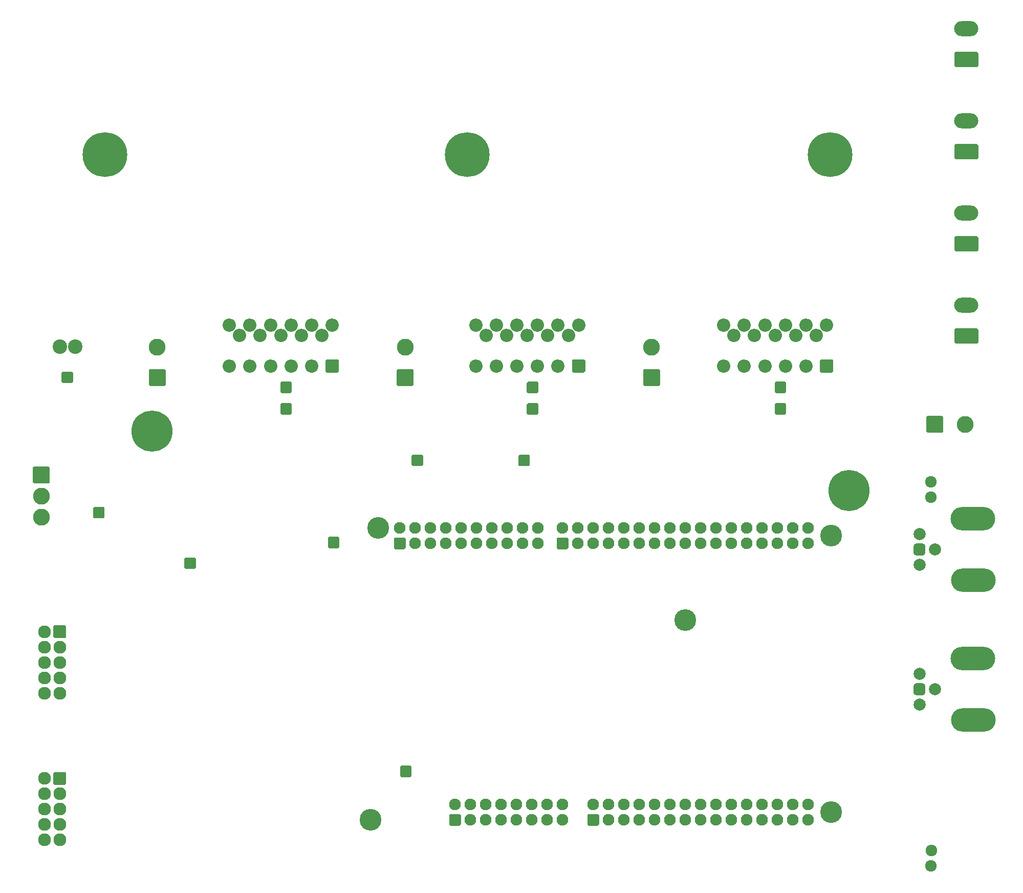
<source format=gbr>
%TF.GenerationSoftware,KiCad,Pcbnew,(5.1.12)-1*%
%TF.CreationDate,2023-01-04T10:21:47+01:00*%
%TF.ProjectId,current3Av2,63757272-656e-4743-9341-76322e6b6963,1.0*%
%TF.SameCoordinates,Original*%
%TF.FileFunction,Soldermask,Bot*%
%TF.FilePolarity,Negative*%
%FSLAX46Y46*%
G04 Gerber Fmt 4.6, Leading zero omitted, Abs format (unit mm)*
G04 Created by KiCad (PCBNEW (5.1.12)-1) date 2023-01-04 10:21:47*
%MOMM*%
%LPD*%
G01*
G04 APERTURE LIST*
%ADD10C,7.400000*%
%ADD11C,2.800000*%
%ADD12C,2.000000*%
%ADD13O,7.400000X3.900000*%
%ADD14C,1.930000*%
%ADD15C,3.600000*%
%ADD16C,1.924000*%
%ADD17C,2.400000*%
%ADD18C,6.800000*%
%ADD19C,1.200000*%
%ADD20O,4.000000X2.480000*%
%ADD21O,2.127200X2.127200*%
%ADD22O,2.200000X2.200000*%
G04 APERTURE END LIST*
D10*
X14930000Y-27940000D03*
X134930000Y-27940000D03*
X74930000Y-27940000D03*
G36*
G01*
X28333000Y-94554000D02*
X29833000Y-94554000D01*
G75*
G02*
X30033000Y-94754000I0J-200000D01*
G01*
X30033000Y-96254000D01*
G75*
G02*
X29833000Y-96454000I-200000J0D01*
G01*
X28333000Y-96454000D01*
G75*
G02*
X28133000Y-96254000I0J200000D01*
G01*
X28133000Y-94754000D01*
G75*
G02*
X28333000Y-94554000I200000J0D01*
G01*
G37*
D11*
X105410000Y-59770000D03*
G36*
G01*
X106610000Y-66170000D02*
X104210000Y-66170000D01*
G75*
G02*
X104010000Y-65970000I0J200000D01*
G01*
X104010000Y-63570000D01*
G75*
G02*
X104210000Y-63370000I200000J0D01*
G01*
X106610000Y-63370000D01*
G75*
G02*
X106810000Y-63570000I0J-200000D01*
G01*
X106810000Y-65970000D01*
G75*
G02*
X106610000Y-66170000I-200000J0D01*
G01*
G37*
G36*
G01*
X24822000Y-66170000D02*
X22422000Y-66170000D01*
G75*
G02*
X22222000Y-65970000I0J200000D01*
G01*
X22222000Y-63570000D01*
G75*
G02*
X22422000Y-63370000I200000J0D01*
G01*
X24822000Y-63370000D01*
G75*
G02*
X25022000Y-63570000I0J-200000D01*
G01*
X25022000Y-65970000D01*
G75*
G02*
X24822000Y-66170000I-200000J0D01*
G01*
G37*
X23622000Y-59770000D03*
G36*
G01*
X65843000Y-66170000D02*
X63443000Y-66170000D01*
G75*
G02*
X63243000Y-65970000I0J200000D01*
G01*
X63243000Y-63570000D01*
G75*
G02*
X63443000Y-63370000I200000J0D01*
G01*
X65843000Y-63370000D01*
G75*
G02*
X66043000Y-63570000I0J-200000D01*
G01*
X66043000Y-65970000D01*
G75*
G02*
X65843000Y-66170000I-200000J0D01*
G01*
G37*
X64643000Y-59770000D03*
G36*
G01*
X44008000Y-67171000D02*
X44008000Y-65671000D01*
G75*
G02*
X44208000Y-65471000I200000J0D01*
G01*
X45708000Y-65471000D01*
G75*
G02*
X45908000Y-65671000I0J-200000D01*
G01*
X45908000Y-67171000D01*
G75*
G02*
X45708000Y-67371000I-200000J0D01*
G01*
X44208000Y-67371000D01*
G75*
G02*
X44008000Y-67171000I0J200000D01*
G01*
G37*
G36*
G01*
X125796000Y-67171000D02*
X125796000Y-65671000D01*
G75*
G02*
X125996000Y-65471000I200000J0D01*
G01*
X127496000Y-65471000D01*
G75*
G02*
X127696000Y-65671000I0J-200000D01*
G01*
X127696000Y-67171000D01*
G75*
G02*
X127496000Y-67371000I-200000J0D01*
G01*
X125996000Y-67371000D01*
G75*
G02*
X125796000Y-67171000I0J200000D01*
G01*
G37*
G36*
G01*
X3245000Y-79499000D02*
X5645000Y-79499000D01*
G75*
G02*
X5845000Y-79699000I0J-200000D01*
G01*
X5845000Y-82099000D01*
G75*
G02*
X5645000Y-82299000I-200000J0D01*
G01*
X3245000Y-82299000D01*
G75*
G02*
X3045000Y-82099000I0J200000D01*
G01*
X3045000Y-79699000D01*
G75*
G02*
X3245000Y-79499000I200000J0D01*
G01*
G37*
X4445000Y-84399000D03*
X4445000Y-87899000D03*
D12*
X149733000Y-113792000D03*
X152273000Y-116332000D03*
X149733000Y-118872000D03*
G36*
G01*
X150233000Y-117332000D02*
X149233000Y-117332000D01*
G75*
G02*
X148733000Y-116832000I0J500000D01*
G01*
X148733000Y-115832000D01*
G75*
G02*
X149233000Y-115332000I500000J0D01*
G01*
X150233000Y-115332000D01*
G75*
G02*
X150733000Y-115832000I0J-500000D01*
G01*
X150733000Y-116832000D01*
G75*
G02*
X150233000Y-117332000I-500000J0D01*
G01*
G37*
D13*
X158523000Y-111252000D03*
X158623000Y-121412000D03*
X158623000Y-98298000D03*
X158523000Y-88138000D03*
G36*
G01*
X150233000Y-94218000D02*
X149233000Y-94218000D01*
G75*
G02*
X148733000Y-93718000I0J500000D01*
G01*
X148733000Y-92718000D01*
G75*
G02*
X149233000Y-92218000I500000J0D01*
G01*
X150233000Y-92218000D01*
G75*
G02*
X150733000Y-92718000I0J-500000D01*
G01*
X150733000Y-93718000D01*
G75*
G02*
X150233000Y-94218000I-500000J0D01*
G01*
G37*
D12*
X149733000Y-95758000D03*
X152273000Y-93218000D03*
X149733000Y-90678000D03*
D14*
X131313000Y-89662000D03*
X131313000Y-92202000D03*
X131313000Y-135382000D03*
X131313000Y-137922000D03*
X86609000Y-89662000D03*
X86609000Y-92202000D03*
X84069000Y-89662000D03*
X84069000Y-92202000D03*
X81529000Y-89662000D03*
X81529000Y-92202000D03*
X78989000Y-89662000D03*
X78989000Y-92202000D03*
X76449000Y-89662000D03*
X76449000Y-92202000D03*
X73909000Y-89662000D03*
X73909000Y-92202000D03*
X71369000Y-89662000D03*
X71369000Y-92202000D03*
X68829000Y-89662000D03*
X68829000Y-92202000D03*
X66289000Y-89662000D03*
X66289000Y-92202000D03*
D15*
X110993000Y-104902000D03*
X60193000Y-89662000D03*
D14*
X128773000Y-89662000D03*
X128773000Y-92202000D03*
X126233000Y-89662000D03*
X126233000Y-92202000D03*
X123693000Y-89662000D03*
X123693000Y-92202000D03*
X121153000Y-89662000D03*
X121153000Y-92202000D03*
X118613000Y-89662000D03*
X118613000Y-92202000D03*
X116073000Y-89662000D03*
X116073000Y-92202000D03*
X113533000Y-89662000D03*
X113533000Y-92202000D03*
X110993000Y-89662000D03*
X110993000Y-92202000D03*
D15*
X135123000Y-90932000D03*
D14*
X108453000Y-89662000D03*
X108453000Y-92202000D03*
X105913000Y-89662000D03*
X105913000Y-92202000D03*
X103373000Y-89662000D03*
X103373000Y-92202000D03*
X100833000Y-89662000D03*
X100833000Y-92202000D03*
X98293000Y-89662000D03*
X98293000Y-92202000D03*
X95753000Y-89662000D03*
X95753000Y-92202000D03*
X93213000Y-89662000D03*
X93213000Y-92202000D03*
X90673000Y-89662000D03*
G36*
G01*
X91438000Y-93167000D02*
X89908000Y-93167000D01*
G75*
G02*
X89708000Y-92967000I0J200000D01*
G01*
X89708000Y-91437000D01*
G75*
G02*
X89908000Y-91237000I200000J0D01*
G01*
X91438000Y-91237000D01*
G75*
G02*
X91638000Y-91437000I0J-200000D01*
G01*
X91638000Y-92967000D01*
G75*
G02*
X91438000Y-93167000I-200000J0D01*
G01*
G37*
X63749000Y-89662000D03*
G36*
G01*
X64514000Y-93167000D02*
X62984000Y-93167000D01*
G75*
G02*
X62784000Y-92967000I0J200000D01*
G01*
X62784000Y-91437000D01*
G75*
G02*
X62984000Y-91237000I200000J0D01*
G01*
X64514000Y-91237000D01*
G75*
G02*
X64714000Y-91437000I0J-200000D01*
G01*
X64714000Y-92967000D01*
G75*
G02*
X64514000Y-93167000I-200000J0D01*
G01*
G37*
D15*
X135123000Y-136652000D03*
D14*
X128773000Y-135382000D03*
X128773000Y-137922000D03*
X126233000Y-135382000D03*
X126233000Y-137922000D03*
X123693000Y-135382000D03*
X123693000Y-137922000D03*
X121153000Y-135382000D03*
X121153000Y-137922000D03*
X118613000Y-135382000D03*
X118613000Y-137922000D03*
X116073000Y-135382000D03*
X116073000Y-137922000D03*
X113533000Y-135382000D03*
X113533000Y-137922000D03*
X110993000Y-135382000D03*
X110993000Y-137922000D03*
X108453000Y-135382000D03*
X108453000Y-137922000D03*
X105913000Y-135382000D03*
X105913000Y-137922000D03*
X103373000Y-135382000D03*
X103373000Y-137922000D03*
X100833000Y-135382000D03*
X100833000Y-137922000D03*
X98293000Y-135382000D03*
X98293000Y-137922000D03*
X95753000Y-135382000D03*
G36*
G01*
X96518000Y-138887000D02*
X94988000Y-138887000D01*
G75*
G02*
X94788000Y-138687000I0J200000D01*
G01*
X94788000Y-137157000D01*
G75*
G02*
X94988000Y-136957000I200000J0D01*
G01*
X96518000Y-136957000D01*
G75*
G02*
X96718000Y-137157000I0J-200000D01*
G01*
X96718000Y-138687000D01*
G75*
G02*
X96518000Y-138887000I-200000J0D01*
G01*
G37*
X90673000Y-135382000D03*
X90673000Y-137922000D03*
X88133000Y-135382000D03*
X88133000Y-137922000D03*
X85593000Y-135382000D03*
X85593000Y-137922000D03*
X83053000Y-135382000D03*
X83053000Y-137922000D03*
X80513000Y-135382000D03*
X80513000Y-137922000D03*
X77973000Y-135382000D03*
X77973000Y-137922000D03*
X75433000Y-135382000D03*
X75433000Y-137922000D03*
X72893000Y-135382000D03*
G36*
G01*
X73658000Y-138887000D02*
X72128000Y-138887000D01*
G75*
G02*
X71928000Y-138687000I0J200000D01*
G01*
X71928000Y-137157000D01*
G75*
G02*
X72128000Y-136957000I200000J0D01*
G01*
X73658000Y-136957000D01*
G75*
G02*
X73858000Y-137157000I0J-200000D01*
G01*
X73858000Y-138687000D01*
G75*
G02*
X73658000Y-138887000I-200000J0D01*
G01*
G37*
D15*
X58953000Y-137922000D03*
D16*
X151632920Y-145542000D03*
X151709120Y-143002000D03*
X151632920Y-84582000D03*
X151632920Y-82042000D03*
G36*
G01*
X64020000Y-128971000D02*
X65520000Y-128971000D01*
G75*
G02*
X65720000Y-129171000I0J-200000D01*
G01*
X65720000Y-130671000D01*
G75*
G02*
X65520000Y-130871000I-200000J0D01*
G01*
X64020000Y-130871000D01*
G75*
G02*
X63820000Y-130671000I0J200000D01*
G01*
X63820000Y-129171000D01*
G75*
G02*
X64020000Y-128971000I200000J0D01*
G01*
G37*
G36*
G01*
X14920000Y-86372000D02*
X14920000Y-87872000D01*
G75*
G02*
X14720000Y-88072000I-200000J0D01*
G01*
X13220000Y-88072000D01*
G75*
G02*
X13020000Y-87872000I0J200000D01*
G01*
X13020000Y-86372000D01*
G75*
G02*
X13220000Y-86172000I200000J0D01*
G01*
X14720000Y-86172000D01*
G75*
G02*
X14920000Y-86372000I0J-200000D01*
G01*
G37*
G36*
G01*
X7813000Y-65520000D02*
X7813000Y-64020000D01*
G75*
G02*
X8013000Y-63820000I200000J0D01*
G01*
X9513000Y-63820000D01*
G75*
G02*
X9713000Y-64020000I0J-200000D01*
G01*
X9713000Y-65520000D01*
G75*
G02*
X9513000Y-65720000I-200000J0D01*
G01*
X8013000Y-65720000D01*
G75*
G02*
X7813000Y-65520000I0J200000D01*
G01*
G37*
G36*
G01*
X51882000Y-92825000D02*
X51882000Y-91325000D01*
G75*
G02*
X52082000Y-91125000I200000J0D01*
G01*
X53582000Y-91125000D01*
G75*
G02*
X53782000Y-91325000I0J-200000D01*
G01*
X53782000Y-92825000D01*
G75*
G02*
X53582000Y-93025000I-200000J0D01*
G01*
X52082000Y-93025000D01*
G75*
G02*
X51882000Y-92825000I0J200000D01*
G01*
G37*
G36*
G01*
X150873000Y-73717000D02*
X150873000Y-71317000D01*
G75*
G02*
X151073000Y-71117000I200000J0D01*
G01*
X153473000Y-71117000D01*
G75*
G02*
X153673000Y-71317000I0J-200000D01*
G01*
X153673000Y-73717000D01*
G75*
G02*
X153473000Y-73917000I-200000J0D01*
G01*
X151073000Y-73917000D01*
G75*
G02*
X150873000Y-73717000I0J200000D01*
G01*
G37*
D11*
X157273000Y-72517000D03*
G36*
G01*
X44008000Y-70727000D02*
X44008000Y-69227000D01*
G75*
G02*
X44208000Y-69027000I200000J0D01*
G01*
X45708000Y-69027000D01*
G75*
G02*
X45908000Y-69227000I0J-200000D01*
G01*
X45908000Y-70727000D01*
G75*
G02*
X45708000Y-70927000I-200000J0D01*
G01*
X44208000Y-70927000D01*
G75*
G02*
X44008000Y-70727000I0J200000D01*
G01*
G37*
G36*
G01*
X84775000Y-70727000D02*
X84775000Y-69227000D01*
G75*
G02*
X84975000Y-69027000I200000J0D01*
G01*
X86475000Y-69027000D01*
G75*
G02*
X86675000Y-69227000I0J-200000D01*
G01*
X86675000Y-70727000D01*
G75*
G02*
X86475000Y-70927000I-200000J0D01*
G01*
X84975000Y-70927000D01*
G75*
G02*
X84775000Y-70727000I0J200000D01*
G01*
G37*
G36*
G01*
X125796000Y-70727000D02*
X125796000Y-69227000D01*
G75*
G02*
X125996000Y-69027000I200000J0D01*
G01*
X127496000Y-69027000D01*
G75*
G02*
X127696000Y-69227000I0J-200000D01*
G01*
X127696000Y-70727000D01*
G75*
G02*
X127496000Y-70927000I-200000J0D01*
G01*
X125996000Y-70927000D01*
G75*
G02*
X125796000Y-70727000I0J200000D01*
G01*
G37*
G36*
G01*
X84775000Y-67171000D02*
X84775000Y-65671000D01*
G75*
G02*
X84975000Y-65471000I200000J0D01*
G01*
X86475000Y-65471000D01*
G75*
G02*
X86675000Y-65671000I0J-200000D01*
G01*
X86675000Y-67171000D01*
G75*
G02*
X86475000Y-67371000I-200000J0D01*
G01*
X84975000Y-67371000D01*
G75*
G02*
X84775000Y-67171000I0J200000D01*
G01*
G37*
D17*
X7493000Y-59690000D03*
X10033000Y-59690000D03*
D18*
X22733000Y-73660000D03*
D19*
X25133000Y-73660000D03*
X24430056Y-75357056D03*
X22733000Y-76060000D03*
X21035944Y-75357056D03*
X20333000Y-73660000D03*
X21035944Y-71962944D03*
X22733000Y-71260000D03*
X24430056Y-71962944D03*
X139746056Y-81741944D03*
X138049000Y-81039000D03*
X136351944Y-81741944D03*
X135649000Y-83439000D03*
X136351944Y-85136056D03*
X138049000Y-85839000D03*
X139746056Y-85136056D03*
X140449000Y-83439000D03*
D18*
X138049000Y-83439000D03*
G36*
G01*
X65725000Y-79236000D02*
X65725000Y-77736000D01*
G75*
G02*
X65925000Y-77536000I200000J0D01*
G01*
X67425000Y-77536000D01*
G75*
G02*
X67625000Y-77736000I0J-200000D01*
G01*
X67625000Y-79236000D01*
G75*
G02*
X67425000Y-79436000I-200000J0D01*
G01*
X65925000Y-79436000D01*
G75*
G02*
X65725000Y-79236000I0J200000D01*
G01*
G37*
G36*
G01*
X159280000Y-13432000D02*
X155680000Y-13432000D01*
G75*
G02*
X155480000Y-13232000I0J200000D01*
G01*
X155480000Y-11152000D01*
G75*
G02*
X155680000Y-10952000I200000J0D01*
G01*
X159280000Y-10952000D01*
G75*
G02*
X159480000Y-11152000I0J-200000D01*
G01*
X159480000Y-13232000D01*
G75*
G02*
X159280000Y-13432000I-200000J0D01*
G01*
G37*
D20*
X157480000Y-7112000D03*
X157480000Y-22352000D03*
G36*
G01*
X159280000Y-28672000D02*
X155680000Y-28672000D01*
G75*
G02*
X155480000Y-28472000I0J200000D01*
G01*
X155480000Y-26392000D01*
G75*
G02*
X155680000Y-26192000I200000J0D01*
G01*
X159280000Y-26192000D01*
G75*
G02*
X159480000Y-26392000I0J-200000D01*
G01*
X159480000Y-28472000D01*
G75*
G02*
X159280000Y-28672000I-200000J0D01*
G01*
G37*
G36*
G01*
X159280000Y-43912000D02*
X155680000Y-43912000D01*
G75*
G02*
X155480000Y-43712000I0J200000D01*
G01*
X155480000Y-41632000D01*
G75*
G02*
X155680000Y-41432000I200000J0D01*
G01*
X159280000Y-41432000D01*
G75*
G02*
X159480000Y-41632000I0J-200000D01*
G01*
X159480000Y-43712000D01*
G75*
G02*
X159280000Y-43912000I-200000J0D01*
G01*
G37*
X157480000Y-37592000D03*
X157480000Y-52832000D03*
G36*
G01*
X159280000Y-59152000D02*
X155680000Y-59152000D01*
G75*
G02*
X155480000Y-58952000I0J200000D01*
G01*
X155480000Y-56872000D01*
G75*
G02*
X155680000Y-56672000I200000J0D01*
G01*
X159280000Y-56672000D01*
G75*
G02*
X159480000Y-56872000I0J-200000D01*
G01*
X159480000Y-58952000D01*
G75*
G02*
X159280000Y-59152000I-200000J0D01*
G01*
G37*
D21*
X4953000Y-141224000D03*
X7493000Y-141224000D03*
X4953000Y-138684000D03*
X7493000Y-138684000D03*
X4953000Y-136144000D03*
X7493000Y-136144000D03*
X4953000Y-133604000D03*
X7493000Y-133604000D03*
X4953000Y-131064000D03*
G36*
G01*
X8556600Y-130200400D02*
X8556600Y-131927600D01*
G75*
G02*
X8356600Y-132127600I-200000J0D01*
G01*
X6629400Y-132127600D01*
G75*
G02*
X6429400Y-131927600I0J200000D01*
G01*
X6429400Y-130200400D01*
G75*
G02*
X6629400Y-130000400I200000J0D01*
G01*
X8356600Y-130000400D01*
G75*
G02*
X8556600Y-130200400I0J-200000D01*
G01*
G37*
G36*
G01*
X8556600Y-105943400D02*
X8556600Y-107670600D01*
G75*
G02*
X8356600Y-107870600I-200000J0D01*
G01*
X6629400Y-107870600D01*
G75*
G02*
X6429400Y-107670600I0J200000D01*
G01*
X6429400Y-105943400D01*
G75*
G02*
X6629400Y-105743400I200000J0D01*
G01*
X8356600Y-105743400D01*
G75*
G02*
X8556600Y-105943400I0J-200000D01*
G01*
G37*
X4953000Y-106807000D03*
X7493000Y-109347000D03*
X4953000Y-109347000D03*
X7493000Y-111887000D03*
X4953000Y-111887000D03*
X7493000Y-114427000D03*
X4953000Y-114427000D03*
X7493000Y-116967000D03*
X4953000Y-116967000D03*
G36*
G01*
X53678000Y-61965000D02*
X53678000Y-63765000D01*
G75*
G02*
X53478000Y-63965000I-200000J0D01*
G01*
X51678000Y-63965000D01*
G75*
G02*
X51478000Y-63765000I0J200000D01*
G01*
X51478000Y-61965000D01*
G75*
G02*
X51678000Y-61765000I200000J0D01*
G01*
X53478000Y-61765000D01*
G75*
G02*
X53678000Y-61965000I0J-200000D01*
G01*
G37*
D22*
X50876200Y-57785000D03*
X49174400Y-62865000D03*
X47472600Y-57785000D03*
X45770800Y-62865000D03*
X44069000Y-57785000D03*
X42367200Y-62865000D03*
X40665400Y-57785000D03*
X38963600Y-62865000D03*
X37261800Y-57785000D03*
X35560000Y-62865000D03*
X52578000Y-56083200D03*
X49174400Y-56083200D03*
X45770800Y-56083200D03*
X42367200Y-56083200D03*
X38963600Y-56083200D03*
X35560000Y-56083200D03*
X76327000Y-56083200D03*
X79730600Y-56083200D03*
X83134200Y-56083200D03*
X86537800Y-56083200D03*
X89941400Y-56083200D03*
X93345000Y-56083200D03*
X76327000Y-62865000D03*
X78028800Y-57785000D03*
X79730600Y-62865000D03*
X81432400Y-57785000D03*
X83134200Y-62865000D03*
X84836000Y-57785000D03*
X86537800Y-62865000D03*
X88239600Y-57785000D03*
X89941400Y-62865000D03*
X91643200Y-57785000D03*
G36*
G01*
X94445000Y-61965000D02*
X94445000Y-63765000D01*
G75*
G02*
X94245000Y-63965000I-200000J0D01*
G01*
X92445000Y-63965000D01*
G75*
G02*
X92245000Y-63765000I0J200000D01*
G01*
X92245000Y-61965000D01*
G75*
G02*
X92445000Y-61765000I200000J0D01*
G01*
X94245000Y-61765000D01*
G75*
G02*
X94445000Y-61965000I0J-200000D01*
G01*
G37*
G36*
G01*
X135466000Y-61965000D02*
X135466000Y-63765000D01*
G75*
G02*
X135266000Y-63965000I-200000J0D01*
G01*
X133466000Y-63965000D01*
G75*
G02*
X133266000Y-63765000I0J200000D01*
G01*
X133266000Y-61965000D01*
G75*
G02*
X133466000Y-61765000I200000J0D01*
G01*
X135266000Y-61765000D01*
G75*
G02*
X135466000Y-61965000I0J-200000D01*
G01*
G37*
X132664200Y-57785000D03*
X130962400Y-62865000D03*
X129260600Y-57785000D03*
X127558800Y-62865000D03*
X125857000Y-57785000D03*
X124155200Y-62865000D03*
X122453400Y-57785000D03*
X120751600Y-62865000D03*
X119049800Y-57785000D03*
X117348000Y-62865000D03*
X134366000Y-56083200D03*
X130962400Y-56083200D03*
X127558800Y-56083200D03*
X124155200Y-56083200D03*
X120751600Y-56083200D03*
X117348000Y-56083200D03*
G36*
G01*
X83378000Y-79236000D02*
X83378000Y-77736000D01*
G75*
G02*
X83578000Y-77536000I200000J0D01*
G01*
X85078000Y-77536000D01*
G75*
G02*
X85278000Y-77736000I0J-200000D01*
G01*
X85278000Y-79236000D01*
G75*
G02*
X85078000Y-79436000I-200000J0D01*
G01*
X83578000Y-79436000D01*
G75*
G02*
X83378000Y-79236000I0J200000D01*
G01*
G37*
M02*

</source>
